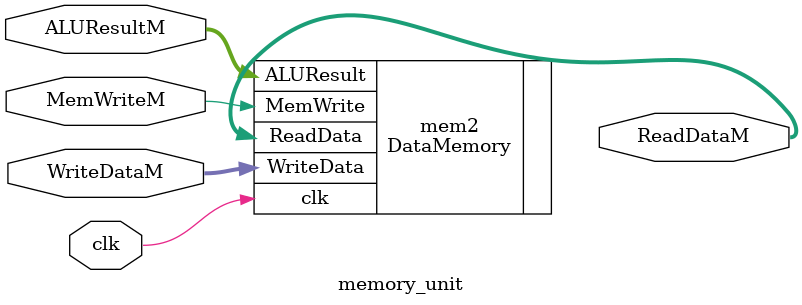
<source format=v>
`timescale 1ns / 1ps


module memory_unit(
    input [31:0]ALUResultM,WriteDataM,
    input clk,MemWriteM,
    output [31:0]ReadDataM
    );
    
     DataMemory mem2(.clk(clk), .MemWrite(MemWriteM), .WriteData(WriteDataM), .ALUResult(ALUResultM),
      .ReadData(ReadDataM));

endmodule

</source>
